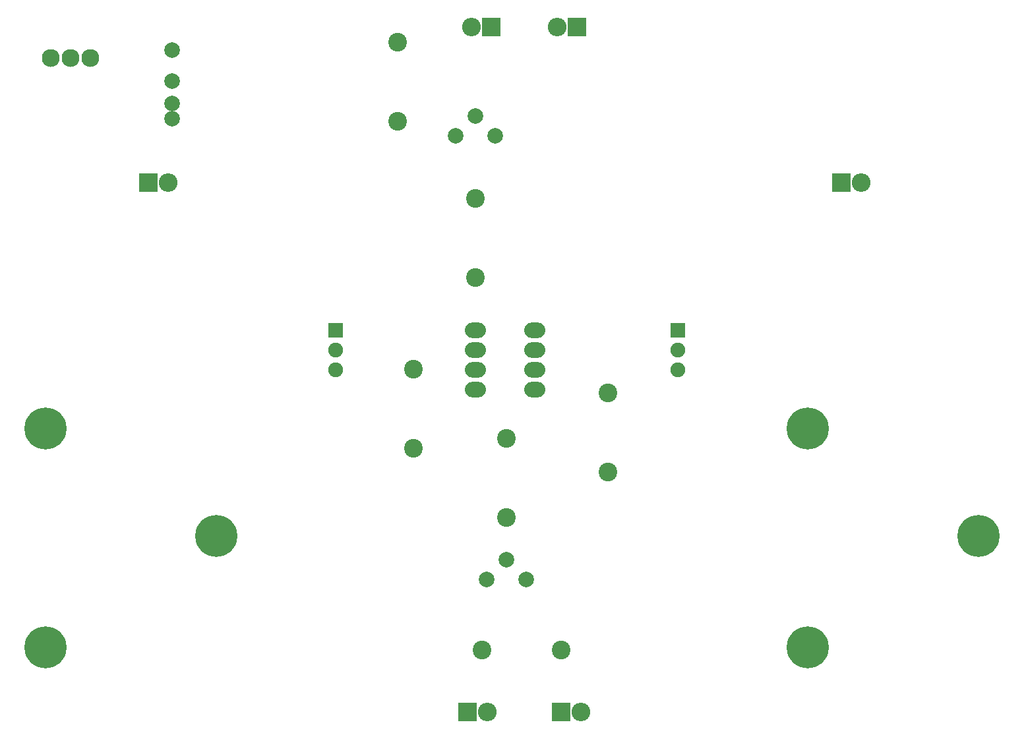
<source format=gbr>
G04 #@! TF.FileFunction,Soldermask,Bot*
%FSLAX46Y46*%
G04 Gerber Fmt 4.6, Leading zero omitted, Abs format (unit mm)*
G04 Created by KiCad (PCBNEW 4.0.2+dfsg1-stable) date Fri 18 May 2018 16:31:02 BST*
%MOMM*%
G01*
G04 APERTURE LIST*
%ADD10C,0.100000*%
%ADD11C,5.400000*%
%ADD12O,2.398980X2.398980*%
%ADD13R,2.398980X2.398980*%
%ADD14C,2.000000*%
%ADD15C,2.398980*%
%ADD16O,2.700000X2.000000*%
%ADD17C,1.910000*%
%ADD18R,1.910000X1.910000*%
%ADD19C,2.300000*%
G04 APERTURE END LIST*
D10*
D11*
X179650000Y-102615000D03*
X201620000Y-116405000D03*
X179650000Y-130705000D03*
D12*
X186540000Y-71000000D03*
D13*
X184000000Y-71000000D03*
D12*
X97540000Y-71000000D03*
D13*
X95000000Y-71000000D03*
D12*
X138540000Y-139000000D03*
D13*
X136000000Y-139000000D03*
D12*
X147460000Y-51000000D03*
D13*
X150000000Y-51000000D03*
D12*
X136460000Y-51000000D03*
D13*
X139000000Y-51000000D03*
D12*
X150540000Y-139000000D03*
D13*
X148000000Y-139000000D03*
D14*
X134460000Y-65000000D03*
X137000000Y-62460000D03*
X139540000Y-65000000D03*
X138460000Y-122000000D03*
X141000000Y-119460000D03*
X143540000Y-122000000D03*
D15*
X137000000Y-73000000D03*
X137000000Y-83160000D03*
X141000000Y-114000000D03*
X141000000Y-103840000D03*
X129000000Y-95000000D03*
X129000000Y-105160000D03*
X154000000Y-98000000D03*
X154000000Y-108160000D03*
X127000000Y-53000000D03*
X127000000Y-63160000D03*
X148000000Y-131000000D03*
X137840000Y-131000000D03*
D14*
X98000000Y-62800000D03*
X98000000Y-60800000D03*
X98000000Y-58000000D03*
X98000000Y-54000000D03*
D16*
X137000000Y-90000000D03*
X137000000Y-92540000D03*
X137000000Y-95080000D03*
X137000000Y-97620000D03*
X144620000Y-97620000D03*
X144620000Y-95080000D03*
X144620000Y-92540000D03*
X144620000Y-90000000D03*
D17*
X119000000Y-95080000D03*
D18*
X119000000Y-90000000D03*
D17*
X119000000Y-92540000D03*
X163000000Y-95080000D03*
D18*
X163000000Y-90000000D03*
D17*
X163000000Y-92540000D03*
D19*
X87540000Y-55000000D03*
X85000000Y-55000000D03*
X82460000Y-55000000D03*
D11*
X81770000Y-102605000D03*
X103740000Y-116395000D03*
X81770000Y-130695000D03*
M02*

</source>
